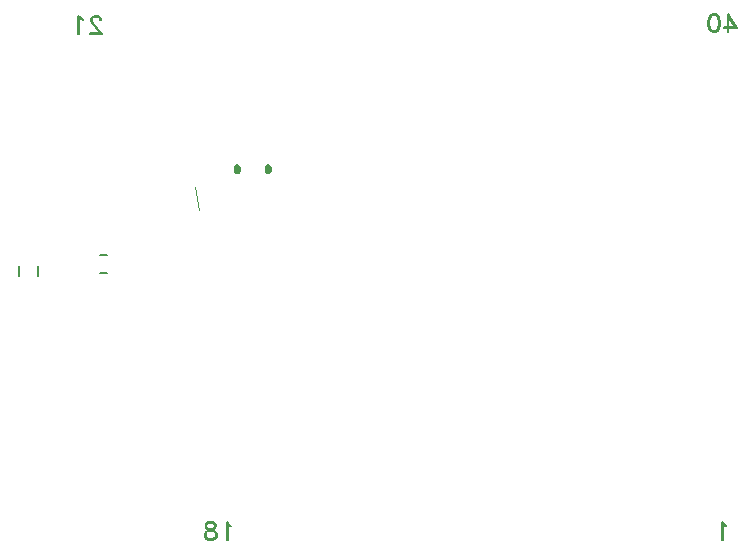
<source format=gbo>
%FSLAX46Y46*%
%MOMM*%
%ADD11C,0.000000*%
%ADD10C,0.150000*%
G01*
%LPD*%
G36*
X-11827266Y9595685D02*
X-11845224Y9516227D01*
X-11851452Y9430878D01*
X-11845224Y9345584D01*
X-11827266Y9266126D01*
X-11798873Y9194188D01*
X-11761333Y9131509D01*
X-11715768Y9079827D01*
X-11663470Y9040828D01*
X-11605728Y9016138D01*
X-11543666Y9007553D01*
X-11481661Y9016138D01*
X-11423863Y9040828D01*
X-11371564Y9079827D01*
X-11326056Y9131509D01*
X-11288459Y9194188D01*
X-11260065Y9266126D01*
X-11242109Y9345584D01*
X-11235880Y9430878D01*
X-11242109Y9516227D01*
X-11260065Y9595685D01*
X-11288459Y9667567D01*
X-11326056Y9730247D01*
X-11371564Y9781927D01*
X-11423863Y9820982D01*
X-11481661Y9845672D01*
X-11543666Y9854258D01*
X-11605728Y9845672D01*
X-11663470Y9820982D01*
X-11715768Y9781983D01*
X-11761333Y9730247D01*
X-11798873Y9667622D01*
X-11827266Y9595685D01*
D02*
G37*
G36*
X-13852313Y9503545D02*
X-13845860Y9415558D01*
X-13852313Y9327571D01*
X-13870831Y9245589D01*
X-13900065Y9171462D01*
X-13938840Y9106818D01*
X-13985808Y9053510D01*
X-14039734Y9013220D01*
X-14099327Y8987800D01*
X-14163297Y8978935D01*
X-14227267Y8987800D01*
X-14286804Y9013220D01*
X-14340730Y9053510D01*
X-14387697Y9106818D01*
X-14426472Y9171462D01*
X-14455764Y9245589D01*
X-14474282Y9327571D01*
X-14480734Y9415558D01*
X-14474282Y9503545D01*
X-14455764Y9585528D01*
X-14426472Y9659710D01*
X-14387697Y9724298D01*
X-14340730Y9777606D01*
X-14286804Y9817896D01*
X-14227267Y9843316D01*
X-14163297Y9852182D01*
X-14099327Y9843316D01*
X-14039734Y9817896D01*
X-13985808Y9777606D01*
X-13938840Y9724298D01*
X-13900065Y9659710D01*
X-13870831Y9585528D01*
X-13852313Y9503545D01*
D02*
G37*
G01*
%LPD*%
D10*
X27107142Y-20678572D02*
X27250000Y-20750000D01*
D10*
X26892858Y-20464286D02*
X27107142Y-20678572D01*
D10*
X26892858Y-21964286D02*
X26892858Y-20464286D01*
D10*
X27250000Y-20821428D02*
X27250000Y-20750000D01*
D10*
X27107142Y-20750000D02*
X27250000Y-20821428D01*
D10*
X26964286Y-20607142D02*
X27107142Y-20750000D01*
D10*
X26964286Y-21964286D02*
X26964286Y-20607142D01*
D10*
X26892858Y-21964286D02*
X26964286Y-21964286D01*
D10*
X-14839286Y-20678572D02*
X-14696428Y-20750000D01*
D10*
X-15053572Y-20464286D02*
X-14839286Y-20678572D01*
D10*
X-15053572Y-21964286D02*
X-15053572Y-20464286D01*
D10*
X-14696428Y-20821428D02*
X-14696428Y-20750000D01*
D10*
X-14839286Y-20750000D02*
X-14696428Y-20821428D01*
D10*
X-14982143Y-20607142D02*
X-14839286Y-20750000D01*
D10*
X-14982143Y-21964286D02*
X-14982143Y-20607142D01*
D10*
X-15053572Y-21964286D02*
X-14982143Y-21964286D01*
D10*
X-16053572Y-20535714D02*
X-16267857Y-20464286D01*
D10*
X-15982143Y-20678572D02*
X-16053572Y-20535714D01*
D10*
X-15982143Y-20821428D02*
X-15982143Y-20678572D01*
D10*
X-16053572Y-20964286D02*
X-15982143Y-20821428D01*
D10*
X-16125000Y-21035714D02*
X-16053572Y-20964286D01*
D10*
X-16267857Y-21107142D02*
X-16125000Y-21035714D01*
D10*
X-16553571Y-21178572D02*
X-16267857Y-21107142D01*
D10*
X-16696429Y-21250000D02*
X-16553571Y-21178572D01*
D10*
X-16767857Y-21321428D02*
X-16696429Y-21250000D01*
D10*
X-16839286Y-21464286D02*
X-16767857Y-21321428D01*
D10*
X-16839286Y-21678572D02*
X-16839286Y-21464286D01*
D10*
X-16767857Y-21821428D02*
X-16839286Y-21678572D01*
D10*
X-16553571Y-21892858D02*
X-16767857Y-21821428D01*
D10*
X-16267857Y-21892858D02*
X-16553571Y-21892858D01*
D10*
X-16053572Y-21821428D02*
X-16267857Y-21892858D01*
D10*
X-15982143Y-21678572D02*
X-16053572Y-21821428D01*
D10*
X-15982143Y-21464286D02*
X-15982143Y-21678572D01*
D10*
X-16053572Y-21321428D02*
X-15982143Y-21464286D01*
D10*
X-16125000Y-21250000D02*
X-16053572Y-21321428D01*
D10*
X-16267857Y-21178572D02*
X-16125000Y-21250000D01*
D10*
X-16553571Y-21107142D02*
X-16267857Y-21178572D01*
D10*
X-16696429Y-21035714D02*
X-16553571Y-21107142D01*
D10*
X-16767857Y-20964286D02*
X-16696429Y-21035714D01*
D10*
X-16839286Y-20821428D02*
X-16767857Y-20964286D01*
D10*
X-16839286Y-20678572D02*
X-16839286Y-20821428D01*
D10*
X-16767857Y-20535714D02*
X-16839286Y-20678572D01*
D10*
X-16553571Y-20464286D02*
X-16767857Y-20535714D01*
D10*
X-16267857Y-20464286D02*
X-16553571Y-20464286D01*
D10*
X-16053572Y-20678572D02*
X-16125000Y-20535714D01*
D10*
X-16053572Y-20821428D02*
X-16053572Y-20678572D01*
D10*
X-16125000Y-20964286D02*
X-16053572Y-20821428D01*
D10*
X-16267857Y-21035714D02*
X-16125000Y-20964286D01*
D10*
X-16553571Y-21107142D02*
X-16267857Y-21035714D01*
D10*
X-16696429Y-21178572D02*
X-16553571Y-21107142D01*
D10*
X-16839286Y-21321428D02*
X-16696429Y-21178572D01*
D10*
X-16910714Y-21464286D02*
X-16839286Y-21321428D01*
D10*
X-16910714Y-21678572D02*
X-16910714Y-21464286D01*
D10*
X-16839286Y-21821428D02*
X-16910714Y-21678572D01*
D10*
X-16767857Y-21892858D02*
X-16839286Y-21821428D01*
D10*
X-16553571Y-21964286D02*
X-16767857Y-21892858D01*
D10*
X-16267857Y-21964286D02*
X-16553571Y-21964286D01*
D10*
X-16053572Y-21892858D02*
X-16267857Y-21964286D01*
D10*
X-15982143Y-21821428D02*
X-16053572Y-21892858D01*
D10*
X-15910714Y-21678572D02*
X-15982143Y-21821428D01*
D10*
X-15910714Y-21464286D02*
X-15910714Y-21678572D01*
D10*
X-15982143Y-21321428D02*
X-15910714Y-21464286D01*
D10*
X-16125000Y-21178572D02*
X-15982143Y-21321428D01*
D10*
X-16267857Y-21107142D02*
X-16125000Y-21178572D01*
D10*
X-16553571Y-21035714D02*
X-16267857Y-21107142D01*
D10*
X-16696429Y-20964286D02*
X-16553571Y-21035714D01*
D10*
X-16767857Y-20821428D02*
X-16696429Y-20964286D01*
D10*
X-16767857Y-20678572D02*
X-16767857Y-20821428D01*
D10*
X-16696429Y-20535714D02*
X-16767857Y-20678572D01*
D10*
X-16553571Y-20535714D02*
X-16767857Y-20607142D01*
D10*
X-16267857Y-20535714D02*
X-16553571Y-20535714D01*
D10*
X-16053572Y-20607142D02*
X-16267857Y-20535714D01*
D10*
X-16196429Y-21892858D02*
X-15982143Y-21750000D01*
D10*
X-16839286Y-21750000D02*
X-16625000Y-21892858D01*
D10*
X-25678572Y22125000D02*
X-25678572Y22053572D01*
D10*
X-25750000Y22267858D02*
X-25678572Y22125000D01*
D10*
X-25821428Y22339286D02*
X-25750000Y22267858D01*
D10*
X-25964286Y22410714D02*
X-25821428Y22339286D01*
D10*
X-26250000Y22410714D02*
X-25964286Y22410714D01*
D10*
X-26392858Y22339286D02*
X-26250000Y22410714D01*
D10*
X-26464286Y22267858D02*
X-26392858Y22339286D01*
D10*
X-26535714Y22125000D02*
X-26464286Y22267858D01*
D10*
X-26535714Y21982142D02*
X-26535714Y22125000D01*
D10*
X-26464286Y21839286D02*
X-26535714Y21982142D01*
D10*
X-26321428Y21625000D02*
X-26464286Y21839286D01*
D10*
X-25678572Y20910714D02*
X-26321428Y21625000D01*
D10*
X-25750000Y22053572D02*
X-25678572Y22053572D01*
D10*
X-25750000Y22125000D02*
X-25750000Y22053572D01*
D10*
X-25821428Y22267858D02*
X-25750000Y22125000D01*
D10*
X-25964286Y22339286D02*
X-25821428Y22267858D01*
D10*
X-26250000Y22339286D02*
X-25964286Y22339286D01*
D10*
X-26392858Y22267858D02*
X-26250000Y22339286D01*
D10*
X-26464286Y22125000D02*
X-26392858Y22267858D01*
D10*
X-26464286Y21982142D02*
X-26464286Y22125000D01*
D10*
X-26392858Y21839286D02*
X-26464286Y21982142D01*
D10*
X-26250000Y21625000D02*
X-26392858Y21839286D01*
D10*
X-25607144Y20910714D02*
X-26250000Y21625000D01*
D10*
X-26607142Y20982142D02*
X-25678572Y20982142D01*
D10*
X-26607142Y20910714D02*
X-26607142Y20982142D01*
D10*
X-26607142Y20910714D02*
X-25607144Y20910714D01*
D10*
X-27392858Y22196428D02*
X-27250000Y22125000D01*
D10*
X-27607142Y22410714D02*
X-27392858Y22196428D01*
D10*
X-27607142Y20910714D02*
X-27607142Y22410714D01*
D10*
X-27250000Y22053572D02*
X-27250000Y22125000D01*
D10*
X-27392858Y22125000D02*
X-27250000Y22053572D01*
D10*
X-27535714Y22267858D02*
X-27392858Y22125000D01*
D10*
X-27535714Y20910714D02*
X-27535714Y22267858D01*
D10*
X-27607142Y20910714D02*
X-27535714Y20910714D01*
D10*
X27428572Y21035714D02*
X27428572Y22321428D01*
D10*
X27357142Y21035714D02*
X27428572Y21035714D01*
D10*
X27357142Y21035714D02*
X27357142Y22535714D01*
D10*
X28142856Y21392858D02*
X27357142Y22535714D01*
D10*
X27071428Y21392858D02*
X28142856Y21392858D01*
D10*
X28071428Y21392858D02*
X27428572Y22321428D01*
D10*
X27071428Y21464286D02*
X28071428Y21464286D01*
D10*
X27071428Y21392858D02*
X27071428Y21464286D01*
D10*
X26500000Y22464286D02*
X26285714Y22535714D01*
D10*
X26642858Y22250000D02*
X26500000Y22464286D01*
D10*
X26714286Y21892858D02*
X26642858Y22250000D01*
D10*
X26714286Y21678572D02*
X26714286Y21892858D01*
D10*
X26642858Y21321428D02*
X26714286Y21678572D01*
D10*
X26500000Y21107142D02*
X26642858Y21321428D01*
D10*
X26285714Y21035714D02*
X26500000Y21107142D01*
D10*
X26142858Y21035714D02*
X26285714Y21035714D01*
D10*
X25928572Y21107142D02*
X26142858Y21035714D01*
D10*
X25785714Y21321428D02*
X25928572Y21107142D01*
D10*
X25714286Y21678572D02*
X25785714Y21321428D01*
D10*
X25714286Y21892858D02*
X25714286Y21678572D01*
D10*
X25785714Y22250000D02*
X25714286Y21892858D01*
D10*
X25928572Y22464286D02*
X25785714Y22250000D01*
D10*
X26142858Y22535714D02*
X25928572Y22464286D01*
D10*
X26285714Y22535714D02*
X26142858Y22535714D01*
D10*
X26571428Y22250000D02*
X26428572Y22464286D01*
D10*
X26642858Y21892858D02*
X26571428Y22250000D01*
D10*
X26642858Y21678572D02*
X26642858Y21892858D01*
D10*
X26571428Y21321428D02*
X26642858Y21678572D01*
D10*
X26428572Y21107142D02*
X26571428Y21321428D01*
D10*
X26285714Y21107142D02*
X26500000Y21178572D01*
D10*
X26142858Y21107142D02*
X26285714Y21107142D01*
D10*
X25928572Y21178572D02*
X26142858Y21107142D01*
D10*
X25857142Y21321428D02*
X26000000Y21107142D01*
D10*
X25785714Y21678572D02*
X25857142Y21321428D01*
D10*
X25785714Y21892858D02*
X25785714Y21678572D01*
D10*
X25857142Y22250000D02*
X25785714Y21892858D01*
D10*
X26000000Y22464286D02*
X25857142Y22250000D01*
D10*
X26142858Y22464286D02*
X25928572Y22392858D01*
D10*
X26285714Y22464286D02*
X26142858Y22464286D01*
D10*
X26500000Y22392858D02*
X26285714Y22464286D01*
D10*
X-31051681Y398331D02*
X-31051681Y1198331D01*
D10*
X-32651681Y398331D02*
X-32651681Y1198331D01*
D10*
X-25776625Y2173339D02*
X-25176625Y2173339D01*
D10*
X-25776625Y673339D02*
X-25176625Y673339D01*
D11*
X-17374927Y5954842D02*
X-17752951Y7951519D01*
D11*
X-17752951Y7951519D02*
X-17372234Y5952711D01*
D11*
X-17752951Y7951519D02*
X-17752951Y7951519D01*
G75*
M02*

</source>
